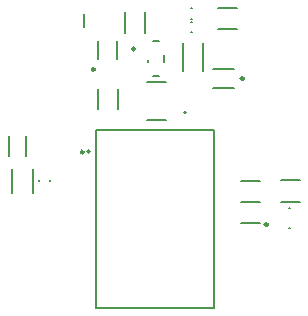
<source format=gto>
G04*
G04 #@! TF.GenerationSoftware,Altium Limited,Altium Designer,20.2.6 (244)*
G04*
G04 Layer_Color=65535*
%FSLAX25Y25*%
%MOIN*%
G70*
G04*
G04 #@! TF.SameCoordinates,8D702C91-D224-4EEC-953A-651AC819B964*
G04*
G04*
G04 #@! TF.FilePolarity,Positive*
G04*
G01*
G75*
%ADD10C,0.00984*%
%ADD11C,0.00787*%
%ADD12C,0.00500*%
D10*
X-19375Y81013D02*
G03*
X-19375Y81013I-492J0D01*
G01*
X30291Y77950D02*
G03*
X30291Y77950I-492J0D01*
G01*
X38315Y29285D02*
G03*
X38315Y29285I-492J0D01*
G01*
X-23061Y53410D02*
G03*
X-23061Y53410I-492J0D01*
G01*
X-5988Y87798D02*
G03*
X-5988Y87798I-492J0D01*
G01*
D11*
X-21102Y53558D02*
G03*
X-21102Y53558I-394J0D01*
G01*
X11037Y66630D02*
G03*
X11037Y66630I-394J0D01*
G01*
X12732Y93385D02*
X12929D01*
X12732Y96928D02*
X12929D01*
X12732Y97778D02*
X12929D01*
X12732Y101322D02*
X12929D01*
X-37872Y43852D02*
Y44049D01*
X-34328Y43852D02*
Y44049D01*
X-12150Y84379D02*
Y90521D01*
X-18450Y84379D02*
Y90521D01*
X-23089Y95138D02*
Y99567D01*
X-11754Y67704D02*
Y74397D01*
X-18446Y67704D02*
Y74397D01*
X29351Y43893D02*
X35650D01*
X29351Y36807D02*
X35650D01*
X10030Y80402D02*
Y89898D01*
X16770Y80402D02*
Y89898D01*
X21651Y94307D02*
X27950D01*
X21651Y101393D02*
X27950D01*
X20154Y74800D02*
X26847D01*
X20154Y81100D02*
X26847D01*
X42551Y36907D02*
X48850D01*
X42551Y43993D02*
X48850D01*
X45402Y28104D02*
X45599D01*
X45402Y34797D02*
X45599D01*
X29351Y29707D02*
X35650D01*
X29351Y36793D02*
X35650D01*
X-40154Y39889D02*
Y47811D01*
X-46846Y39889D02*
Y47811D01*
X-48153Y52104D02*
Y58797D01*
X-42247Y52104D02*
Y58797D01*
X-9258Y93184D02*
Y100074D01*
X-2554Y93205D02*
Y100095D01*
X-83Y90456D02*
X2083D01*
X3756Y83467D02*
Y85633D01*
X-83Y78645D02*
X2083D01*
X-1756Y83467D02*
Y84058D01*
D12*
X20502Y1536D02*
Y60698D01*
X-18974D02*
X20502D01*
X-18974Y1536D02*
X20502D01*
X-18974D02*
Y60698D01*
X-2065Y64051D02*
X4234D01*
X-2065Y76649D02*
X4234D01*
M02*

</source>
